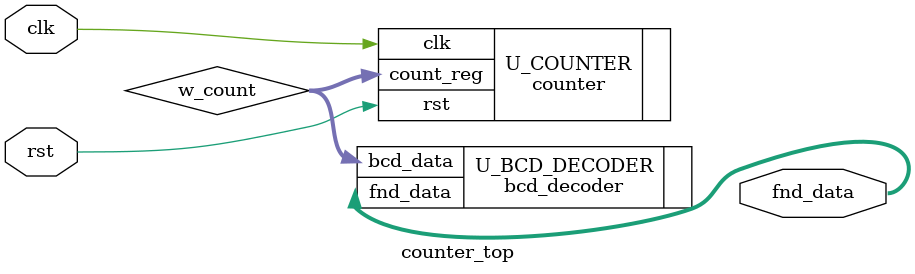
<source format=v>
`timescale 1ns / 1ps
module counter_top(
    input clk, rst,
    output [7:0] fnd_data
    );

    wire [3:0] w_count;

    counter U_COUNTER (
        .clk (clk),
        .rst (rst),
        .count_reg (w_count)
    );

    bcd_decoder U_BCD_DECODER (
        .bcd_data (w_count),
        .fnd_data (fnd_data)
    );
endmodule

</source>
